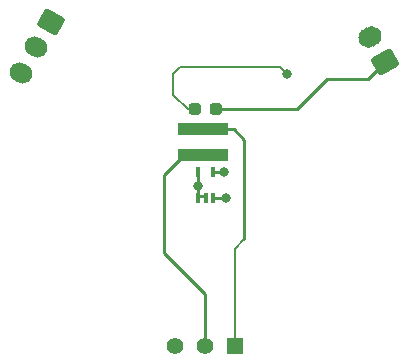
<source format=gbr>
%TF.GenerationSoftware,KiCad,Pcbnew,(6.0.8-1)-1*%
%TF.CreationDate,2022-11-15T12:33:47-05:00*%
%TF.ProjectId,Untitled,556e7469-746c-4656-942e-6b696361645f,rev?*%
%TF.SameCoordinates,Original*%
%TF.FileFunction,Copper,L1,Top*%
%TF.FilePolarity,Positive*%
%FSLAX46Y46*%
G04 Gerber Fmt 4.6, Leading zero omitted, Abs format (unit mm)*
G04 Created by KiCad (PCBNEW (6.0.8-1)-1) date 2022-11-15 12:33:47*
%MOMM*%
%LPD*%
G01*
G04 APERTURE LIST*
G04 Aperture macros list*
%AMRoundRect*
0 Rectangle with rounded corners*
0 $1 Rounding radius*
0 $2 $3 $4 $5 $6 $7 $8 $9 X,Y pos of 4 corners*
0 Add a 4 corners polygon primitive as box body*
4,1,4,$2,$3,$4,$5,$6,$7,$8,$9,$2,$3,0*
0 Add four circle primitives for the rounded corners*
1,1,$1+$1,$2,$3*
1,1,$1+$1,$4,$5*
1,1,$1+$1,$6,$7*
1,1,$1+$1,$8,$9*
0 Add four rect primitives between the rounded corners*
20,1,$1+$1,$2,$3,$4,$5,0*
20,1,$1+$1,$4,$5,$6,$7,0*
20,1,$1+$1,$6,$7,$8,$9,0*
20,1,$1+$1,$8,$9,$2,$3,0*%
%AMHorizOval*
0 Thick line with rounded ends*
0 $1 width*
0 $2 $3 position (X,Y) of the first rounded end (center of the circle)*
0 $4 $5 position (X,Y) of the second rounded end (center of the circle)*
0 Add line between two ends*
20,1,$1,$2,$3,$4,$5,0*
0 Add two circle primitives to create the rounded ends*
1,1,$1,$2,$3*
1,1,$1,$4,$5*%
G04 Aperture macros list end*
%TA.AperFunction,ComponentPad*%
%ADD10RoundRect,0.250000X-0.327868X0.882115X-0.927868X-0.157115X0.327868X-0.882115X0.927868X0.157115X0*%
%TD*%
%TA.AperFunction,ComponentPad*%
%ADD11HorizOval,1.700000X-0.108253X0.062500X0.108253X-0.062500X0*%
%TD*%
%TA.AperFunction,ComponentPad*%
%ADD12HorizOval,1.700000X0.129904X0.075000X-0.129904X-0.075000X0*%
%TD*%
%TA.AperFunction,ComponentPad*%
%ADD13RoundRect,0.250000X0.949519X-0.144615X0.349519X0.894615X-0.949519X0.144615X-0.349519X-0.894615X0*%
%TD*%
%TA.AperFunction,SMDPad,CuDef*%
%ADD14RoundRect,0.237500X-0.287500X-0.237500X0.287500X-0.237500X0.287500X0.237500X-0.287500X0.237500X0*%
%TD*%
%TA.AperFunction,SMDPad,CuDef*%
%ADD15RoundRect,0.087500X-0.087500X-0.337500X0.087500X-0.337500X0.087500X0.337500X-0.087500X0.337500X0*%
%TD*%
%TA.AperFunction,SMDPad,CuDef*%
%ADD16R,4.300000X1.100000*%
%TD*%
%TA.AperFunction,ComponentPad*%
%ADD17R,1.397000X1.397000*%
%TD*%
%TA.AperFunction,ComponentPad*%
%ADD18C,1.397000*%
%TD*%
%TA.AperFunction,ViaPad*%
%ADD19C,0.800000*%
%TD*%
%TA.AperFunction,Conductor*%
%ADD20C,0.250000*%
%TD*%
%TA.AperFunction,Conductor*%
%ADD21C,0.200000*%
%TD*%
G04 APERTURE END LIST*
D10*
%TO.P,REF\u002A\u002A,1*%
%TO.N,N/C*%
X90600000Y-47800000D03*
D11*
%TO.P,REF\u002A\u002A,2*%
X89350000Y-49965064D03*
%TO.P,REF\u002A\u002A,3*%
X88100000Y-52130127D03*
%TD*%
D12*
%TO.P,REF\u002A\u002A,2*%
%TO.N,N/C*%
X117629664Y-49054968D03*
D13*
%TO.P,REF\u002A\u002A,1*%
X118879664Y-51220032D03*
%TD*%
D14*
%TO.P,REF\u002A\u002A,1*%
%TO.N,N/C*%
X102865000Y-55200000D03*
%TO.P,REF\u002A\u002A,2*%
X104615000Y-55200000D03*
%TD*%
D15*
%TO.P,,1*%
%TO.N,N/C*%
X103090000Y-62700000D03*
%TD*%
%TO.P,REF\u002A\u002A,1*%
%TO.N,N/C*%
X103090000Y-62700000D03*
%TO.P,REF\u002A\u002A,2*%
X103740000Y-62700000D03*
%TO.P,REF\u002A\u002A,3*%
X104390000Y-62700000D03*
%TO.P,REF\u002A\u002A,4*%
X104390000Y-60500000D03*
%TO.P,REF\u002A\u002A,5*%
X103090000Y-60500000D03*
%TD*%
%TO.P,,5*%
%TO.N,N/C*%
X103090000Y-60500000D03*
%TD*%
D16*
%TO.P,REF\u002A\u002A,1*%
%TO.N,N/C*%
X103490000Y-56910000D03*
%TO.P,REF\u002A\u002A,2*%
X103490000Y-59110000D03*
%TD*%
D17*
%TO.P,REF\u002A\u002A,1*%
%TO.N,N/C*%
X106187500Y-75250100D03*
D18*
%TO.P,REF\u002A\u002A,2*%
X103647500Y-75250100D03*
%TO.P,REF\u002A\u002A,3*%
X101107500Y-75250100D03*
%TD*%
D19*
%TO.N,*%
X110600000Y-52200000D03*
X105490000Y-62710000D03*
X105290000Y-60510000D03*
X103110000Y-61690000D03*
%TD*%
D20*
%TO.N,*%
X111484632Y-55200000D02*
X114042316Y-52642316D01*
X114042316Y-52642316D02*
X117457380Y-52642316D01*
X117457380Y-52642316D02*
X118879664Y-51220032D01*
X104815000Y-55200000D02*
X111484632Y-55200000D01*
X107000000Y-57800000D02*
X107000000Y-66200000D01*
D21*
X106187500Y-75250100D02*
X106187500Y-67012500D01*
X106187500Y-67012500D02*
X107000000Y-66200000D01*
D20*
X103672500Y-70872500D02*
X103647500Y-70897500D01*
X103647500Y-70897500D02*
X103647500Y-75250100D01*
X103490000Y-56910000D02*
X106110000Y-56910000D01*
X106110000Y-56910000D02*
X107000000Y-57800000D01*
X100200000Y-60800000D02*
X100200000Y-67400000D01*
X100200000Y-67400000D02*
X103672500Y-70872500D01*
D21*
X101000000Y-52200000D02*
X101000000Y-54000000D01*
X110600000Y-52200000D02*
X110000000Y-51600000D01*
X101600000Y-51600000D02*
X101000000Y-52200000D01*
X110000000Y-51600000D02*
X101600000Y-51600000D01*
X101000000Y-54000000D02*
X102200000Y-55200000D01*
X102200000Y-55200000D02*
X102865000Y-55200000D01*
D20*
X103490000Y-59110000D02*
X101890000Y-59110000D01*
X101890000Y-59110000D02*
X100200000Y-60800000D01*
X103110000Y-62570000D02*
X103110000Y-60540000D01*
X104410000Y-60480000D02*
X105260000Y-60480000D01*
X104410000Y-62680000D02*
X105460000Y-62680000D01*
X103760000Y-62570000D02*
X103110000Y-62570000D01*
%TD*%
M02*

</source>
